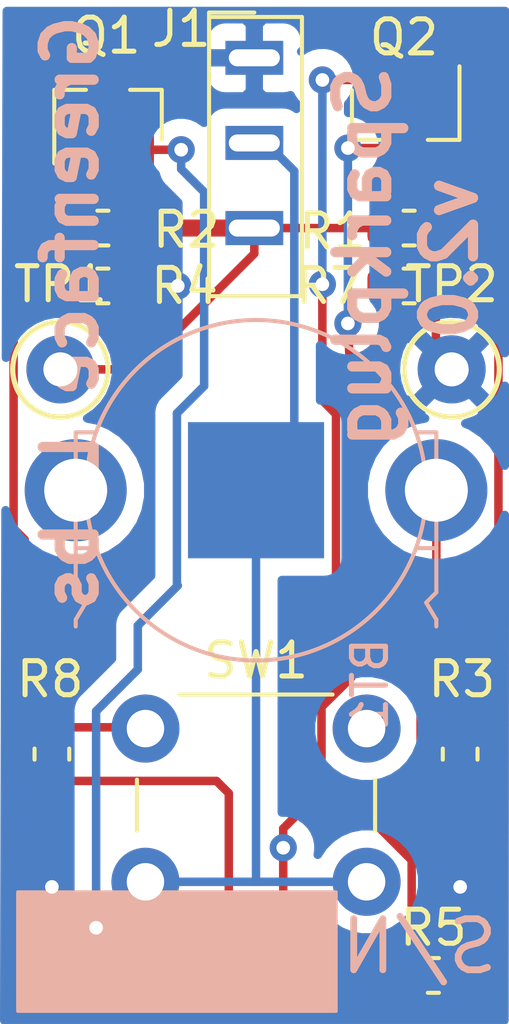
<source format=kicad_pcb>
(kicad_pcb (version 20171130) (host pcbnew "(5.1.2)-1")

  (general
    (thickness 1.6)
    (drawings 9)
    (tracks 119)
    (zones 0)
    (modules 16)
    (nets 13)
  )

  (page A4)
  (layers
    (0 F.Cu signal)
    (31 B.Cu signal)
    (32 B.Adhes user)
    (33 F.Adhes user)
    (34 B.Paste user)
    (35 F.Paste user)
    (36 B.SilkS user hide)
    (37 F.SilkS user)
    (38 B.Mask user)
    (39 F.Mask user)
    (40 Dwgs.User user)
    (41 Cmts.User user)
    (42 Eco1.User user)
    (43 Eco2.User user)
    (44 Edge.Cuts user)
    (45 Margin user)
    (46 B.CrtYd user)
    (47 F.CrtYd user)
    (48 B.Fab user)
    (49 F.Fab user hide)
  )

  (setup
    (last_trace_width 0.25)
    (trace_clearance 0.2)
    (zone_clearance 0.508)
    (zone_45_only no)
    (trace_min 0.2)
    (via_size 0.8)
    (via_drill 0.4)
    (via_min_size 0.4)
    (via_min_drill 0.3)
    (uvia_size 0.3)
    (uvia_drill 0.1)
    (uvias_allowed no)
    (uvia_min_size 0.2)
    (uvia_min_drill 0.1)
    (edge_width 0.05)
    (segment_width 0.2)
    (pcb_text_width 0.3)
    (pcb_text_size 1.5 1.5)
    (mod_edge_width 0.12)
    (mod_text_size 1 1)
    (mod_text_width 0.15)
    (pad_size 8.13 8.13)
    (pad_drill 0)
    (pad_to_mask_clearance 0.051)
    (solder_mask_min_width 0.25)
    (aux_axis_origin 60 40)
    (grid_origin 60 40)
    (visible_elements 7FFFFFFF)
    (pcbplotparams
      (layerselection 0x010fc_ffffffff)
      (usegerberextensions false)
      (usegerberattributes false)
      (usegerberadvancedattributes false)
      (creategerberjobfile false)
      (excludeedgelayer true)
      (linewidth 0.100000)
      (plotframeref false)
      (viasonmask false)
      (mode 1)
      (useauxorigin false)
      (hpglpennumber 1)
      (hpglpenspeed 20)
      (hpglpendiameter 15.000000)
      (psnegative false)
      (psa4output false)
      (plotreference true)
      (plotvalue true)
      (plotinvisibletext false)
      (padsonsilk false)
      (subtractmaskfromsilk false)
      (outputformat 1)
      (mirror false)
      (drillshape 0)
      (scaleselection 1)
      (outputdirectory "gerber/"))
  )

  (net 0 "")
  (net 1 "Net-(D1-Pad3)")
  (net 2 "Net-(D1-Pad2)")
  (net 3 "Net-(J1-PadT)")
  (net 4 "Net-(Q1-Pad1)")
  (net 5 "Net-(Q1-Pad2)")
  (net 6 "Net-(Q2-Pad1)")
  (net 7 GND)
  (net 8 "Net-(BT1-Pad2)")
  (net 9 "Net-(BT1-Pad1)")
  (net 10 "Net-(Q2-Pad3)")
  (net 11 "Net-(D1-Pad1)")
  (net 12 "Net-(R8-Pad2)")

  (net_class Default "This is the default net class."
    (clearance 0.2)
    (trace_width 0.25)
    (via_dia 0.8)
    (via_drill 0.4)
    (uvia_dia 0.3)
    (uvia_drill 0.1)
    (add_net GND)
    (add_net "Net-(BT1-Pad1)")
    (add_net "Net-(BT1-Pad2)")
    (add_net "Net-(D1-Pad1)")
    (add_net "Net-(D1-Pad2)")
    (add_net "Net-(D1-Pad3)")
    (add_net "Net-(J1-PadT)")
    (add_net "Net-(Q1-Pad1)")
    (add_net "Net-(Q1-Pad2)")
    (add_net "Net-(Q2-Pad1)")
    (add_net "Net-(Q2-Pad3)")
    (add_net "Net-(R8-Pad2)")
  )

  (module sputterizer:LED_RGBA1.6mm (layer F.Cu) (tedit 5E90C5F5) (tstamp 5E79354C)
    (at 67.5 68.5)
    (descr https://docs.broadcom.com/docs/AV02-4186EN)
    (tags "LED Avago PLCC-4 ASMB-MTB0-0A3A2")
    (path /5E793010)
    (attr smd)
    (fp_text reference D1 (at 0.05 -1.7) (layer F.SilkS)
      (effects (font (size 1 1) (thickness 0.15)))
    )
    (fp_text value LED_RGBA (at 0 2.65) (layer F.Fab)
      (effects (font (size 1 1) (thickness 0.15)))
    )
    (fp_line (start 1.4 0) (end 0.9 0) (layer F.SilkS) (width 0.32))
    (fp_line (start 1 1) (end 1 0.8) (layer F.SilkS) (width 0.12))
    (fp_line (start 1 -0.8) (end 1 -1) (layer F.SilkS) (width 0.12))
    (fp_line (start -1 -0.8) (end -1 -1) (layer F.SilkS) (width 0.12))
    (fp_circle (center 0 0) (end 0.8 0) (layer F.Fab) (width 0.1))
    (fp_line (start 1.3 0.9) (end -1.3 0.9) (layer F.CrtYd) (width 0.05))
    (fp_line (start 1.3 0.9) (end 1.3 -0.9) (layer F.CrtYd) (width 0.05))
    (fp_line (start -1.3 -0.9) (end -1.3 0.9) (layer F.CrtYd) (width 0.05))
    (fp_line (start -1.3 -0.9) (end 1.3 -0.9) (layer F.CrtYd) (width 0.05))
    (fp_line (start -1 1) (end 1 1) (layer F.SilkS) (width 0.12))
    (fp_line (start -1 -1) (end 1 -1) (layer F.SilkS) (width 0.12))
    (fp_line (start -1 1) (end -1 0.8) (layer F.SilkS) (width 0.12))
    (fp_line (start 0.8 -0.8) (end -0.8 -0.8) (layer F.Fab) (width 0.1))
    (fp_line (start 0.8 0.8) (end 0.8 -0.8) (layer F.Fab) (width 0.1))
    (fp_line (start -0.8 0.8) (end 0.8 0.8) (layer F.Fab) (width 0.1))
    (fp_line (start -0.8 -0.8) (end -0.8 0.8) (layer F.Fab) (width 0.1))
    (fp_line (start -0.8 0) (end 0 0.8) (layer F.Fab) (width 0.1))
    (fp_text user %R (at 0 -1.6) (layer F.Fab)
      (effects (font (size 0.5 0.5) (thickness 0.075)))
    )
    (pad 1 smd rect (at -0.8 0.45) (size 0.8 0.55) (layers F.Cu F.Paste F.Mask)
      (net 11 "Net-(D1-Pad1)"))
    (pad 4 smd rect (at 0.8 0.45) (size 0.8 0.55) (layers F.Cu F.Paste F.Mask)
      (net 9 "Net-(BT1-Pad1)"))
    (pad 3 smd rect (at 0.8 -0.45) (size 0.8 0.55) (layers F.Cu F.Paste F.Mask)
      (net 1 "Net-(D1-Pad3)"))
    (pad 2 smd rect (at -0.8 -0.45) (size 0.8 0.55) (layers F.Cu F.Paste F.Mask)
      (net 2 "Net-(D1-Pad2)"))
    (model ${KISYS3DMOD}/LED_SMD.3dshapes/LED_Avago_PLCC4_3.2x2.8mm_CW.wrl
      (at (xyz 0 0 0))
      (scale (xyz 1 1 1))
      (rotate (xyz 0 0 0))
    )
  )

  (module Resistor_SMD:R_0603_1608Metric (layer F.Cu) (tedit 5B301BBD) (tstamp 5E727D28)
    (at 72 46.55 180)
    (descr "Resistor SMD 0603 (1608 Metric), square (rectangular) end terminal, IPC_7351 nominal, (Body size source: http://www.tortai-tech.com/upload/download/2011102023233369053.pdf), generated with kicad-footprint-generator")
    (tags resistor)
    (path /5E71A959)
    (attr smd)
    (fp_text reference R1 (at 2.25 -0.1) (layer F.SilkS)
      (effects (font (size 1 1) (thickness 0.15)))
    )
    (fp_text value 100K (at 0 1.43) (layer F.Fab)
      (effects (font (size 1 1) (thickness 0.15)))
    )
    (fp_text user %R (at -0.35 -0.1) (layer F.Fab)
      (effects (font (size 0.4 0.4) (thickness 0.06)))
    )
    (fp_line (start 1.48 0.73) (end -1.48 0.73) (layer F.CrtYd) (width 0.05))
    (fp_line (start 1.48 -0.73) (end 1.48 0.73) (layer F.CrtYd) (width 0.05))
    (fp_line (start -1.48 -0.73) (end 1.48 -0.73) (layer F.CrtYd) (width 0.05))
    (fp_line (start -1.48 0.73) (end -1.48 -0.73) (layer F.CrtYd) (width 0.05))
    (fp_line (start -0.162779 0.51) (end 0.162779 0.51) (layer F.SilkS) (width 0.12))
    (fp_line (start -0.162779 -0.51) (end 0.162779 -0.51) (layer F.SilkS) (width 0.12))
    (fp_line (start 0.8 0.4) (end -0.8 0.4) (layer F.Fab) (width 0.1))
    (fp_line (start 0.8 -0.4) (end 0.8 0.4) (layer F.Fab) (width 0.1))
    (fp_line (start -0.8 -0.4) (end 0.8 -0.4) (layer F.Fab) (width 0.1))
    (fp_line (start -0.8 0.4) (end -0.8 -0.4) (layer F.Fab) (width 0.1))
    (pad 2 smd roundrect (at 0.7875 0 180) (size 0.875 0.95) (layers F.Cu F.Paste F.Mask) (roundrect_rratio 0.25)
      (net 3 "Net-(J1-PadT)"))
    (pad 1 smd roundrect (at -0.7875 0 180) (size 0.875 0.95) (layers F.Cu F.Paste F.Mask) (roundrect_rratio 0.25)
      (net 6 "Net-(Q2-Pad1)"))
    (model ${KISYS3DMOD}/Resistor_SMD.3dshapes/R_0603_1608Metric.wrl
      (at (xyz 0 0 0))
      (scale (xyz 1 1 1))
      (rotate (xyz 0 0 0))
    )
  )

  (module Resistor_SMD:R_0603_1608Metric (layer F.Cu) (tedit 5B301BBD) (tstamp 5E727D39)
    (at 63 46.55)
    (descr "Resistor SMD 0603 (1608 Metric), square (rectangular) end terminal, IPC_7351 nominal, (Body size source: http://www.tortai-tech.com/upload/download/2011102023233369053.pdf), generated with kicad-footprint-generator")
    (tags resistor)
    (path /5E730986)
    (attr smd)
    (fp_text reference R2 (at 2.45 0.05) (layer F.SilkS)
      (effects (font (size 1 1) (thickness 0.15)))
    )
    (fp_text value 100K (at 0 1.43) (layer F.Fab)
      (effects (font (size 1 1) (thickness 0.15)))
    )
    (fp_text user %R (at 0 0) (layer F.Fab)
      (effects (font (size 0.4 0.4) (thickness 0.06)))
    )
    (fp_line (start 1.48 0.73) (end -1.48 0.73) (layer F.CrtYd) (width 0.05))
    (fp_line (start 1.48 -0.73) (end 1.48 0.73) (layer F.CrtYd) (width 0.05))
    (fp_line (start -1.48 -0.73) (end 1.48 -0.73) (layer F.CrtYd) (width 0.05))
    (fp_line (start -1.48 0.73) (end -1.48 -0.73) (layer F.CrtYd) (width 0.05))
    (fp_line (start -0.162779 0.51) (end 0.162779 0.51) (layer F.SilkS) (width 0.12))
    (fp_line (start -0.162779 -0.51) (end 0.162779 -0.51) (layer F.SilkS) (width 0.12))
    (fp_line (start 0.8 0.4) (end -0.8 0.4) (layer F.Fab) (width 0.1))
    (fp_line (start 0.8 -0.4) (end 0.8 0.4) (layer F.Fab) (width 0.1))
    (fp_line (start -0.8 -0.4) (end 0.8 -0.4) (layer F.Fab) (width 0.1))
    (fp_line (start -0.8 0.4) (end -0.8 -0.4) (layer F.Fab) (width 0.1))
    (pad 2 smd roundrect (at 0.7875 0) (size 0.875 0.95) (layers F.Cu F.Paste F.Mask) (roundrect_rratio 0.25)
      (net 3 "Net-(J1-PadT)"))
    (pad 1 smd roundrect (at -0.7875 0) (size 0.875 0.95) (layers F.Cu F.Paste F.Mask) (roundrect_rratio 0.25)
      (net 4 "Net-(Q1-Pad1)"))
    (model ${KISYS3DMOD}/Resistor_SMD.3dshapes/R_0603_1608Metric.wrl
      (at (xyz 0 0 0))
      (scale (xyz 1 1 1))
      (rotate (xyz 0 0 0))
    )
  )

  (module Resistor_SMD:R_0603_1608Metric (layer F.Cu) (tedit 5B301BBD) (tstamp 5E947048)
    (at 73.5 62 270)
    (descr "Resistor SMD 0603 (1608 Metric), square (rectangular) end terminal, IPC_7351 nominal, (Body size source: http://www.tortai-tech.com/upload/download/2011102023233369053.pdf), generated with kicad-footprint-generator")
    (tags resistor)
    (path /5E732433)
    (attr smd)
    (fp_text reference R3 (at -2.2 -0.05 180) (layer F.SilkS)
      (effects (font (size 1 1) (thickness 0.15)))
    )
    (fp_text value 330K (at 0 1.43 90) (layer F.Fab)
      (effects (font (size 1 1) (thickness 0.15)))
    )
    (fp_text user %R (at 0 0 90) (layer F.Fab)
      (effects (font (size 0.4 0.4) (thickness 0.06)))
    )
    (fp_line (start 1.48 0.73) (end -1.48 0.73) (layer F.CrtYd) (width 0.05))
    (fp_line (start 1.48 -0.73) (end 1.48 0.73) (layer F.CrtYd) (width 0.05))
    (fp_line (start -1.48 -0.73) (end 1.48 -0.73) (layer F.CrtYd) (width 0.05))
    (fp_line (start -1.48 0.73) (end -1.48 -0.73) (layer F.CrtYd) (width 0.05))
    (fp_line (start -0.162779 0.51) (end 0.162779 0.51) (layer F.SilkS) (width 0.12))
    (fp_line (start -0.162779 -0.51) (end 0.162779 -0.51) (layer F.SilkS) (width 0.12))
    (fp_line (start 0.8 0.4) (end -0.8 0.4) (layer F.Fab) (width 0.1))
    (fp_line (start 0.8 -0.4) (end 0.8 0.4) (layer F.Fab) (width 0.1))
    (fp_line (start -0.8 -0.4) (end 0.8 -0.4) (layer F.Fab) (width 0.1))
    (fp_line (start -0.8 0.4) (end -0.8 -0.4) (layer F.Fab) (width 0.1))
    (pad 2 smd roundrect (at 0.7875 0 270) (size 0.875 0.95) (layers F.Cu F.Paste F.Mask) (roundrect_rratio 0.25)
      (net 9 "Net-(BT1-Pad1)"))
    (pad 1 smd roundrect (at -0.7875 0 270) (size 0.875 0.95) (layers F.Cu F.Paste F.Mask) (roundrect_rratio 0.25)
      (net 6 "Net-(Q2-Pad1)"))
    (model ${KISYS3DMOD}/Resistor_SMD.3dshapes/R_0603_1608Metric.wrl
      (at (xyz 0 0 0))
      (scale (xyz 1 1 1))
      (rotate (xyz 0 0 0))
    )
  )

  (module Resistor_SMD:R_0603_1608Metric (layer F.Cu) (tedit 5B301BBD) (tstamp 5E727D5B)
    (at 63 48.25 180)
    (descr "Resistor SMD 0603 (1608 Metric), square (rectangular) end terminal, IPC_7351 nominal, (Body size source: http://www.tortai-tech.com/upload/download/2011102023233369053.pdf), generated with kicad-footprint-generator")
    (tags resistor)
    (path /5E732E2B)
    (attr smd)
    (fp_text reference R4 (at -2.4 0) (layer F.SilkS)
      (effects (font (size 1 1) (thickness 0.15)))
    )
    (fp_text value 300K (at 0 1.43) (layer F.Fab)
      (effects (font (size 1 1) (thickness 0.15)))
    )
    (fp_text user %R (at 0 0) (layer F.Fab)
      (effects (font (size 0.4 0.4) (thickness 0.06)))
    )
    (fp_line (start 1.48 0.73) (end -1.48 0.73) (layer F.CrtYd) (width 0.05))
    (fp_line (start 1.48 -0.73) (end 1.48 0.73) (layer F.CrtYd) (width 0.05))
    (fp_line (start -1.48 -0.73) (end 1.48 -0.73) (layer F.CrtYd) (width 0.05))
    (fp_line (start -1.48 0.73) (end -1.48 -0.73) (layer F.CrtYd) (width 0.05))
    (fp_line (start -0.162779 0.51) (end 0.162779 0.51) (layer F.SilkS) (width 0.12))
    (fp_line (start -0.162779 -0.51) (end 0.162779 -0.51) (layer F.SilkS) (width 0.12))
    (fp_line (start 0.8 0.4) (end -0.8 0.4) (layer F.Fab) (width 0.1))
    (fp_line (start 0.8 -0.4) (end 0.8 0.4) (layer F.Fab) (width 0.1))
    (fp_line (start -0.8 -0.4) (end 0.8 -0.4) (layer F.Fab) (width 0.1))
    (fp_line (start -0.8 0.4) (end -0.8 -0.4) (layer F.Fab) (width 0.1))
    (pad 2 smd roundrect (at 0.7875 0 180) (size 0.875 0.95) (layers F.Cu F.Paste F.Mask) (roundrect_rratio 0.25)
      (net 4 "Net-(Q1-Pad1)"))
    (pad 1 smd roundrect (at -0.7875 0 180) (size 0.875 0.95) (layers F.Cu F.Paste F.Mask) (roundrect_rratio 0.25)
      (net 7 GND))
    (model ${KISYS3DMOD}/Resistor_SMD.3dshapes/R_0603_1608Metric.wrl
      (at (xyz 0 0 0))
      (scale (xyz 1 1 1))
      (rotate (xyz 0 0 0))
    )
  )

  (module Resistor_SMD:R_0603_1608Metric (layer F.Cu) (tedit 5B301BBD) (tstamp 5E727D6C)
    (at 72.713 68.5)
    (descr "Resistor SMD 0603 (1608 Metric), square (rectangular) end terminal, IPC_7351 nominal, (Body size source: http://www.tortai-tech.com/upload/download/2011102023233369053.pdf), generated with kicad-footprint-generator")
    (tags resistor)
    (path /5E718107)
    (attr smd)
    (fp_text reference R5 (at 0 -1.4) (layer F.SilkS)
      (effects (font (size 1 1) (thickness 0.15)))
    )
    (fp_text value 100 (at 0 1.43) (layer F.Fab)
      (effects (font (size 1 1) (thickness 0.15)))
    )
    (fp_text user %R (at 0 0) (layer F.Fab)
      (effects (font (size 0.4 0.4) (thickness 0.06)))
    )
    (fp_line (start 1.48 0.73) (end -1.48 0.73) (layer F.CrtYd) (width 0.05))
    (fp_line (start 1.48 -0.73) (end 1.48 0.73) (layer F.CrtYd) (width 0.05))
    (fp_line (start -1.48 -0.73) (end 1.48 -0.73) (layer F.CrtYd) (width 0.05))
    (fp_line (start -1.48 0.73) (end -1.48 -0.73) (layer F.CrtYd) (width 0.05))
    (fp_line (start -0.162779 0.51) (end 0.162779 0.51) (layer F.SilkS) (width 0.12))
    (fp_line (start -0.162779 -0.51) (end 0.162779 -0.51) (layer F.SilkS) (width 0.12))
    (fp_line (start 0.8 0.4) (end -0.8 0.4) (layer F.Fab) (width 0.1))
    (fp_line (start 0.8 -0.4) (end 0.8 0.4) (layer F.Fab) (width 0.1))
    (fp_line (start -0.8 -0.4) (end 0.8 -0.4) (layer F.Fab) (width 0.1))
    (fp_line (start -0.8 0.4) (end -0.8 -0.4) (layer F.Fab) (width 0.1))
    (pad 2 smd roundrect (at 0.7875 0) (size 0.875 0.95) (layers F.Cu F.Paste F.Mask) (roundrect_rratio 0.25)
      (net 7 GND))
    (pad 1 smd roundrect (at -0.7875 0) (size 0.875 0.95) (layers F.Cu F.Paste F.Mask) (roundrect_rratio 0.25)
      (net 10 "Net-(Q2-Pad3)"))
    (model ${KISYS3DMOD}/Resistor_SMD.3dshapes/R_0603_1608Metric.wrl
      (at (xyz 0 0 0))
      (scale (xyz 1 1 1))
      (rotate (xyz 0 0 0))
    )
  )

  (module Resistor_SMD:R_0603_1608Metric (layer F.Cu) (tedit 5B301BBD) (tstamp 5E727D7D)
    (at 62.28 68.5 180)
    (descr "Resistor SMD 0603 (1608 Metric), square (rectangular) end terminal, IPC_7351 nominal, (Body size source: http://www.tortai-tech.com/upload/download/2011102023233369053.pdf), generated with kicad-footprint-generator")
    (tags resistor)
    (path /5E71A553)
    (attr smd)
    (fp_text reference R6 (at 0.98 1.35) (layer F.SilkS)
      (effects (font (size 1 1) (thickness 0.15)))
    )
    (fp_text value 100 (at 0 1.43) (layer F.Fab)
      (effects (font (size 1 1) (thickness 0.15)))
    )
    (fp_text user %R (at 0 0) (layer F.Fab)
      (effects (font (size 0.4 0.4) (thickness 0.06)))
    )
    (fp_line (start 1.48 0.73) (end -1.48 0.73) (layer F.CrtYd) (width 0.05))
    (fp_line (start 1.48 -0.73) (end 1.48 0.73) (layer F.CrtYd) (width 0.05))
    (fp_line (start -1.48 -0.73) (end 1.48 -0.73) (layer F.CrtYd) (width 0.05))
    (fp_line (start -1.48 0.73) (end -1.48 -0.73) (layer F.CrtYd) (width 0.05))
    (fp_line (start -0.162779 0.51) (end 0.162779 0.51) (layer F.SilkS) (width 0.12))
    (fp_line (start -0.162779 -0.51) (end 0.162779 -0.51) (layer F.SilkS) (width 0.12))
    (fp_line (start 0.8 0.4) (end -0.8 0.4) (layer F.Fab) (width 0.1))
    (fp_line (start 0.8 -0.4) (end 0.8 0.4) (layer F.Fab) (width 0.1))
    (fp_line (start -0.8 -0.4) (end 0.8 -0.4) (layer F.Fab) (width 0.1))
    (fp_line (start -0.8 0.4) (end -0.8 -0.4) (layer F.Fab) (width 0.1))
    (pad 2 smd roundrect (at 0.7875 0 180) (size 0.875 0.95) (layers F.Cu F.Paste F.Mask) (roundrect_rratio 0.25)
      (net 7 GND))
    (pad 1 smd roundrect (at -0.7875 0 180) (size 0.875 0.95) (layers F.Cu F.Paste F.Mask) (roundrect_rratio 0.25)
      (net 5 "Net-(Q1-Pad2)"))
    (model ${KISYS3DMOD}/Resistor_SMD.3dshapes/R_0603_1608Metric.wrl
      (at (xyz 0 0 0))
      (scale (xyz 1 1 1))
      (rotate (xyz 0 0 0))
    )
  )

  (module sputterizer:Plug_TRS (layer F.Cu) (tedit 5E767FEB) (tstamp 5E76984E)
    (at 67.45 41.55)
    (descr "Through hole straight pin header, 1x04, 2.54mm pitch, single row")
    (tags "Through hole pin header THT 1x04 2.54mm single row")
    (path /5E767D92)
    (fp_text reference J1 (at -2.15 -0.85) (layer F.SilkS)
      (effects (font (size 1 1) (thickness 0.15)))
    )
    (fp_text value AudioJack3 (at 0 8.3) (layer F.Fab)
      (effects (font (size 1 1) (thickness 0.15)))
    )
    (fp_text user %R (at 0 3.81 90) (layer F.Fab)
      (effects (font (size 1 1) (thickness 0.15)))
    )
    (fp_line (start 1.8 -1.3) (end -1.8 -1.3) (layer F.CrtYd) (width 0.05))
    (fp_line (start 1.8 7.4) (end 1.8 -1.3) (layer F.CrtYd) (width 0.05))
    (fp_line (start -1.8 7.4) (end 1.8 7.4) (layer F.CrtYd) (width 0.05))
    (fp_line (start -1.8 -1.3) (end -1.8 7.4) (layer F.CrtYd) (width 0.05))
    (fp_line (start -1.33 -1.33) (end 0 -1.33) (layer F.SilkS) (width 0.12))
    (fp_line (start -1.33 0) (end -1.33 -1.33) (layer F.SilkS) (width 0.12))
    (fp_line (start -1.26 -1.2) (end 1.4 -1.2) (layer F.SilkS) (width 0.12))
    (fp_line (start 1.4 -1.2) (end 1.4 7) (layer F.SilkS) (width 0.12))
    (fp_line (start -1.33 -1.1) (end -1.33 7) (layer F.SilkS) (width 0.12))
    (fp_line (start -1.33 7) (end 1.33 7) (layer F.SilkS) (width 0.12))
    (fp_line (start -1.27 -0.635) (end -0.635 -1.27) (layer F.Fab) (width 0.1))
    (fp_line (start -1.27 7) (end -1.27 -0.635) (layer F.Fab) (width 0.1))
    (fp_line (start 1.27 7) (end -1.27 7) (layer F.Fab) (width 0.1))
    (fp_line (start 1.27 -1.27) (end 1.27 7) (layer F.Fab) (width 0.1))
    (fp_line (start -0.635 -1.27) (end 1.27 -1.27) (layer F.Fab) (width 0.1))
    (pad T thru_hole rect (at 0 5) (size 1.7 1) (drill oval 1.5 0.5) (layers *.Cu *.Mask)
      (net 3 "Net-(J1-PadT)"))
    (pad R thru_hole rect (at 0 2.5) (size 1.7 1) (drill oval 1.5 0.5) (layers *.Cu *.Mask)
      (net 8 "Net-(BT1-Pad2)"))
    (pad S thru_hole rect (at 0 0) (size 1.7 1) (drill oval 1.5 0.5) (layers *.Cu *.Mask)
      (net 7 GND))
    (model ${KISYS3DMOD}/Connector_PinHeader_2.54mm.3dshapes/PinHeader_1x04_P2.54mm_Vertical.wrl
      (at (xyz 0 0 0))
      (scale (xyz 1 1 1))
      (rotate (xyz 0 0 0))
    )
  )

  (module sputterizer:BatteryHolder_Keystone_3031_1x10mm (layer B.Cu) (tedit 5E78E1CA) (tstamp 5E792A03)
    (at 67.5 54.25)
    (descr http://www.keyelco.com/product-pdf.cfm?p=778)
    (tags "Keystone type 3001 coin cell retainer")
    (path /5E72D958)
    (fp_text reference BT1 (at 3.35 5.7 90) (layer B.SilkS)
      (effects (font (size 1 1) (thickness 0.15)) (justify mirror))
    )
    (fp_text value "Batt Holder" (at 0 -7.5) (layer B.Fab)
      (effects (font (size 1 1) (thickness 0.15)) (justify mirror))
    )
    (fp_line (start 4.7 1.7) (end 5.3 1.7) (layer B.SilkS) (width 0.12))
    (fp_line (start -5.3 1.7) (end -4.7 1.7) (layer B.SilkS) (width 0.12))
    (fp_line (start 5.3 3.8) (end 5.3 4) (layer B.SilkS) (width 0.12))
    (fp_line (start 5 3.3) (end 5.3 3.8) (layer B.SilkS) (width 0.12))
    (fp_line (start 5.3 3) (end 5 3.3) (layer B.SilkS) (width 0.12))
    (fp_line (start 4.7 -1.7) (end 5.3 -1.7) (layer B.SilkS) (width 0.12))
    (fp_line (start 5.3 -1.7) (end 5.3 3) (layer B.SilkS) (width 0.12))
    (fp_line (start -5.3 -1.7) (end -4.7 -1.7) (layer B.SilkS) (width 0.12))
    (fp_line (start -5.3 3.8) (end -5.3 4) (layer B.SilkS) (width 0.12))
    (fp_line (start -5 3.3) (end -5.3 3.8) (layer B.SilkS) (width 0.12))
    (fp_line (start -5.3 3) (end -5 3.3) (layer B.SilkS) (width 0.12))
    (fp_line (start -5.3 -1.7) (end -5.3 3) (layer B.SilkS) (width 0.12))
    (fp_circle (center 0 0) (end 5 0) (layer B.SilkS) (width 0.12))
    (fp_arc (start 0 0) (end 3.3 4) (angle 79) (layer B.CrtYd) (width 0.12))
    (fp_arc (start 0 0) (end -4.9 -1.7) (angle 141.8) (layer B.CrtYd) (width 0.12))
    (fp_line (start -4.9 -1.7) (end -7 -1.7) (layer B.CrtYd) (width 0.12))
    (fp_line (start -7 1.7) (end -7 -1.7) (layer B.CrtYd) (width 0.12))
    (fp_line (start -7 1.7) (end -5.3 1.7) (layer B.CrtYd) (width 0.12))
    (fp_line (start -5.3 4) (end -5.3 1.7) (layer B.CrtYd) (width 0.12))
    (fp_line (start -5.3 4) (end -3.3 4) (layer B.CrtYd) (width 0.12))
    (fp_line (start 7 -1.7) (end 4.9 -1.7) (layer B.CrtYd) (width 0.12))
    (fp_line (start 7 1.7) (end 7 -1.7) (layer B.CrtYd) (width 0.12))
    (fp_line (start 5.3 1.7) (end 7 1.7) (layer B.CrtYd) (width 0.12))
    (fp_line (start 5.3 4) (end 5.3 1.7) (layer B.CrtYd) (width 0.12))
    (fp_line (start 3.3 4) (end 5.3 4) (layer B.CrtYd) (width 0.12))
    (fp_circle (center 0 0) (end 5 0) (layer Dwgs.User) (width 0.15))
    (fp_text user %R (at 0 0) (layer B.Fab)
      (effects (font (size 1 1) (thickness 0.15)) (justify mirror))
    )
    (pad 2 smd rect (at 0 0) (size 4 4) (layers B.Cu B.Mask)
      (net 8 "Net-(BT1-Pad2)"))
    (pad 1 thru_hole circle (at 5.3 0) (size 3 3) (drill 1.85) (layers *.Cu *.Mask)
      (net 9 "Net-(BT1-Pad1)"))
    (pad 1 thru_hole circle (at -5.3 0) (size 3 3) (drill 1.85) (layers *.Cu *.Mask)
      (net 9 "Net-(BT1-Pad1)"))
    (model ${KISYS3DMOD}/Battery.3dshapes/BatteryHolder_Keystone_3001_1x12mm.wrl
      (at (xyz 0 0 0))
      (scale (xyz 1 1 1))
      (rotate (xyz 0 0 0))
    )
  )

  (module Resistor_SMD:R_0603_1608Metric (layer F.Cu) (tedit 5B301BBD) (tstamp 5E911F6F)
    (at 72 48.25 180)
    (descr "Resistor SMD 0603 (1608 Metric), square (rectangular) end terminal, IPC_7351 nominal, (Body size source: http://www.tortai-tech.com/upload/download/2011102023233369053.pdf), generated with kicad-footprint-generator")
    (tags resistor)
    (path /5E9134EA)
    (attr smd)
    (fp_text reference R7 (at 2.35 0) (layer F.SilkS)
      (effects (font (size 1 1) (thickness 0.15)))
    )
    (fp_text value 100K (at 0 1.43) (layer F.Fab)
      (effects (font (size 1 1) (thickness 0.15)))
    )
    (fp_text user %R (at 0 0) (layer F.Fab)
      (effects (font (size 0.4 0.4) (thickness 0.06)))
    )
    (fp_line (start 1.48 0.73) (end -1.48 0.73) (layer F.CrtYd) (width 0.05))
    (fp_line (start 1.48 -0.73) (end 1.48 0.73) (layer F.CrtYd) (width 0.05))
    (fp_line (start -1.48 -0.73) (end 1.48 -0.73) (layer F.CrtYd) (width 0.05))
    (fp_line (start -1.48 0.73) (end -1.48 -0.73) (layer F.CrtYd) (width 0.05))
    (fp_line (start -0.162779 0.51) (end 0.162779 0.51) (layer F.SilkS) (width 0.12))
    (fp_line (start -0.162779 -0.51) (end 0.162779 -0.51) (layer F.SilkS) (width 0.12))
    (fp_line (start 0.8 0.4) (end -0.8 0.4) (layer F.Fab) (width 0.1))
    (fp_line (start 0.8 -0.4) (end 0.8 0.4) (layer F.Fab) (width 0.1))
    (fp_line (start -0.8 -0.4) (end 0.8 -0.4) (layer F.Fab) (width 0.1))
    (fp_line (start -0.8 0.4) (end -0.8 -0.4) (layer F.Fab) (width 0.1))
    (pad 2 smd roundrect (at 0.7875 0 180) (size 0.875 0.95) (layers F.Cu F.Paste F.Mask) (roundrect_rratio 0.25)
      (net 3 "Net-(J1-PadT)"))
    (pad 1 smd roundrect (at -0.7875 0 180) (size 0.875 0.95) (layers F.Cu F.Paste F.Mask) (roundrect_rratio 0.25)
      (net 7 GND))
    (model ${KISYS3DMOD}/Resistor_SMD.3dshapes/R_0603_1608Metric.wrl
      (at (xyz 0 0 0))
      (scale (xyz 1 1 1))
      (rotate (xyz 0 0 0))
    )
  )

  (module Resistor_SMD:R_0603_1608Metric (layer F.Cu) (tedit 5B301BBD) (tstamp 5E91FEDE)
    (at 61.5 62 90)
    (descr "Resistor SMD 0603 (1608 Metric), square (rectangular) end terminal, IPC_7351 nominal, (Body size source: http://www.tortai-tech.com/upload/download/2011102023233369053.pdf), generated with kicad-footprint-generator")
    (tags resistor)
    (path /5E93C01A)
    (attr smd)
    (fp_text reference R8 (at 2.2 -0.05 180) (layer F.SilkS)
      (effects (font (size 1 1) (thickness 0.15)))
    )
    (fp_text value 270 (at 0 1.43 90) (layer F.Fab)
      (effects (font (size 1 1) (thickness 0.15)))
    )
    (fp_text user %R (at 0 0 90) (layer F.Fab)
      (effects (font (size 0.4 0.4) (thickness 0.06)))
    )
    (fp_line (start 1.48 0.73) (end -1.48 0.73) (layer F.CrtYd) (width 0.05))
    (fp_line (start 1.48 -0.73) (end 1.48 0.73) (layer F.CrtYd) (width 0.05))
    (fp_line (start -1.48 -0.73) (end 1.48 -0.73) (layer F.CrtYd) (width 0.05))
    (fp_line (start -1.48 0.73) (end -1.48 -0.73) (layer F.CrtYd) (width 0.05))
    (fp_line (start -0.162779 0.51) (end 0.162779 0.51) (layer F.SilkS) (width 0.12))
    (fp_line (start -0.162779 -0.51) (end 0.162779 -0.51) (layer F.SilkS) (width 0.12))
    (fp_line (start 0.8 0.4) (end -0.8 0.4) (layer F.Fab) (width 0.1))
    (fp_line (start 0.8 -0.4) (end 0.8 0.4) (layer F.Fab) (width 0.1))
    (fp_line (start -0.8 -0.4) (end 0.8 -0.4) (layer F.Fab) (width 0.1))
    (fp_line (start -0.8 0.4) (end -0.8 -0.4) (layer F.Fab) (width 0.1))
    (pad 2 smd roundrect (at 0.7875 0 90) (size 0.875 0.95) (layers F.Cu F.Paste F.Mask) (roundrect_rratio 0.25)
      (net 12 "Net-(R8-Pad2)"))
    (pad 1 smd roundrect (at -0.7875 0 90) (size 0.875 0.95) (layers F.Cu F.Paste F.Mask) (roundrect_rratio 0.25)
      (net 2 "Net-(D1-Pad2)"))
    (model ${KISYS3DMOD}/Resistor_SMD.3dshapes/R_0603_1608Metric.wrl
      (at (xyz 0 0 0))
      (scale (xyz 1 1 1))
      (rotate (xyz 0 0 0))
    )
  )

  (module Package_TO_SOT_SMD:SOT-23 (layer F.Cu) (tedit 5A02FF57) (tstamp 5E9201E4)
    (at 63.15 43.25 90)
    (descr "SOT-23, Standard")
    (tags SOT-23)
    (path /5E74861A)
    (attr smd)
    (fp_text reference Q1 (at 2.35 -0.05 180) (layer F.SilkS)
      (effects (font (size 1 1) (thickness 0.15)))
    )
    (fp_text value MMBT3904 (at 0 2.5 90) (layer F.Fab)
      (effects (font (size 1 1) (thickness 0.15)))
    )
    (fp_line (start 0.76 1.58) (end -0.7 1.58) (layer F.SilkS) (width 0.12))
    (fp_line (start 0.76 -1.58) (end -1.4 -1.58) (layer F.SilkS) (width 0.12))
    (fp_line (start -1.7 1.75) (end -1.7 -1.75) (layer F.CrtYd) (width 0.05))
    (fp_line (start 1.7 1.75) (end -1.7 1.75) (layer F.CrtYd) (width 0.05))
    (fp_line (start 1.7 -1.75) (end 1.7 1.75) (layer F.CrtYd) (width 0.05))
    (fp_line (start -1.7 -1.75) (end 1.7 -1.75) (layer F.CrtYd) (width 0.05))
    (fp_line (start 0.76 -1.58) (end 0.76 -0.65) (layer F.SilkS) (width 0.12))
    (fp_line (start 0.76 1.58) (end 0.76 0.65) (layer F.SilkS) (width 0.12))
    (fp_line (start -0.7 1.52) (end 0.7 1.52) (layer F.Fab) (width 0.1))
    (fp_line (start 0.7 -1.52) (end 0.7 1.52) (layer F.Fab) (width 0.1))
    (fp_line (start -0.7 -0.95) (end -0.15 -1.52) (layer F.Fab) (width 0.1))
    (fp_line (start -0.15 -1.52) (end 0.7 -1.52) (layer F.Fab) (width 0.1))
    (fp_line (start -0.7 -0.95) (end -0.7 1.5) (layer F.Fab) (width 0.1))
    (fp_text user %R (at 0 0) (layer F.Fab)
      (effects (font (size 0.5 0.5) (thickness 0.075)))
    )
    (pad 3 smd rect (at 1 0 90) (size 0.9 0.8) (layers F.Cu F.Paste F.Mask)
      (net 11 "Net-(D1-Pad1)"))
    (pad 2 smd rect (at -1 0.95 90) (size 0.9 0.8) (layers F.Cu F.Paste F.Mask)
      (net 5 "Net-(Q1-Pad2)"))
    (pad 1 smd rect (at -1 -0.95 90) (size 0.9 0.8) (layers F.Cu F.Paste F.Mask)
      (net 4 "Net-(Q1-Pad1)"))
    (model ${KISYS3DMOD}/Package_TO_SOT_SMD.3dshapes/SOT-23.wrl
      (at (xyz 0 0 0))
      (scale (xyz 1 1 1))
      (rotate (xyz 0 0 0))
    )
  )

  (module Package_TO_SOT_SMD:SOT-23 (layer F.Cu) (tedit 5A02FF57) (tstamp 5E926B8E)
    (at 71.9 43.2 270)
    (descr "SOT-23, Standard")
    (tags SOT-23)
    (path /5E74A166)
    (attr smd)
    (fp_text reference Q2 (at -2.25 0.05 180) (layer F.SilkS)
      (effects (font (size 1 1) (thickness 0.15)))
    )
    (fp_text value MMBT3906 (at 0 2.5 90) (layer F.Fab)
      (effects (font (size 1 1) (thickness 0.15)))
    )
    (fp_text user %R (at 0 0) (layer F.Fab)
      (effects (font (size 0.5 0.5) (thickness 0.075)))
    )
    (fp_line (start -0.7 -0.95) (end -0.7 1.5) (layer F.Fab) (width 0.1))
    (fp_line (start -0.15 -1.52) (end 0.7 -1.52) (layer F.Fab) (width 0.1))
    (fp_line (start -0.7 -0.95) (end -0.15 -1.52) (layer F.Fab) (width 0.1))
    (fp_line (start 0.7 -1.52) (end 0.7 1.52) (layer F.Fab) (width 0.1))
    (fp_line (start -0.7 1.52) (end 0.7 1.52) (layer F.Fab) (width 0.1))
    (fp_line (start 0.76 1.58) (end 0.76 0.65) (layer F.SilkS) (width 0.12))
    (fp_line (start 0.76 -1.58) (end 0.76 -0.65) (layer F.SilkS) (width 0.12))
    (fp_line (start -1.7 -1.75) (end 1.7 -1.75) (layer F.CrtYd) (width 0.05))
    (fp_line (start 1.7 -1.75) (end 1.7 1.75) (layer F.CrtYd) (width 0.05))
    (fp_line (start 1.7 1.75) (end -1.7 1.75) (layer F.CrtYd) (width 0.05))
    (fp_line (start -1.7 1.75) (end -1.7 -1.75) (layer F.CrtYd) (width 0.05))
    (fp_line (start 0.76 -1.58) (end -1.4 -1.58) (layer F.SilkS) (width 0.12))
    (fp_line (start 0.76 1.58) (end -0.7 1.58) (layer F.SilkS) (width 0.12))
    (pad 1 smd rect (at -1 -0.95 270) (size 0.9 0.8) (layers F.Cu F.Paste F.Mask)
      (net 6 "Net-(Q2-Pad1)"))
    (pad 2 smd rect (at -1 0.95 270) (size 0.9 0.8) (layers F.Cu F.Paste F.Mask)
      (net 1 "Net-(D1-Pad3)"))
    (pad 3 smd rect (at 1 0 270) (size 0.9 0.8) (layers F.Cu F.Paste F.Mask)
      (net 10 "Net-(Q2-Pad3)"))
    (model ${KISYS3DMOD}/Package_TO_SOT_SMD.3dshapes/SOT-23.wrl
      (at (xyz 0 0 0))
      (scale (xyz 1 1 1))
      (rotate (xyz 0 0 0))
    )
  )

  (module Button_Switch_THT:SW_PUSH_6mm (layer F.Cu) (tedit 5A02FE31) (tstamp 5E9465D0)
    (at 64.25 61.25)
    (descr https://www.omron.com/ecb/products/pdf/en-b3f.pdf)
    (tags "tact sw push 6mm")
    (path /5E94BC5E)
    (fp_text reference SW1 (at 3.25 -2) (layer F.SilkS)
      (effects (font (size 1 1) (thickness 0.15)))
    )
    (fp_text value SW_Push_Dual (at 3.75 6.7) (layer F.Fab)
      (effects (font (size 1 1) (thickness 0.15)))
    )
    (fp_text user %R (at 3.25 2.25) (layer F.Fab)
      (effects (font (size 1 1) (thickness 0.15)))
    )
    (fp_line (start 3.25 -0.75) (end 6.25 -0.75) (layer F.Fab) (width 0.1))
    (fp_line (start 6.25 -0.75) (end 6.25 5.25) (layer F.Fab) (width 0.1))
    (fp_line (start 6.25 5.25) (end 0.25 5.25) (layer F.Fab) (width 0.1))
    (fp_line (start 0.25 5.25) (end 0.25 -0.75) (layer F.Fab) (width 0.1))
    (fp_line (start 0.25 -0.75) (end 3.25 -0.75) (layer F.Fab) (width 0.1))
    (fp_line (start 7.75 6) (end 8 6) (layer F.CrtYd) (width 0.05))
    (fp_line (start 8 6) (end 8 5.75) (layer F.CrtYd) (width 0.05))
    (fp_line (start 7.75 -1.5) (end 8 -1.5) (layer F.CrtYd) (width 0.05))
    (fp_line (start 8 -1.5) (end 8 -1.25) (layer F.CrtYd) (width 0.05))
    (fp_line (start -1.5 -1.25) (end -1.5 -1.5) (layer F.CrtYd) (width 0.05))
    (fp_line (start -1.5 -1.5) (end -1.25 -1.5) (layer F.CrtYd) (width 0.05))
    (fp_line (start -1.5 5.75) (end -1.5 6) (layer F.CrtYd) (width 0.05))
    (fp_line (start -1.5 6) (end -1.25 6) (layer F.CrtYd) (width 0.05))
    (fp_line (start -1.25 -1.5) (end 7.75 -1.5) (layer F.CrtYd) (width 0.05))
    (fp_line (start -1.5 5.75) (end -1.5 -1.25) (layer F.CrtYd) (width 0.05))
    (fp_line (start 7.75 6) (end -1.25 6) (layer F.CrtYd) (width 0.05))
    (fp_line (start 8 -1.25) (end 8 5.75) (layer F.CrtYd) (width 0.05))
    (fp_line (start 1 5.5) (end 5.5 5.5) (layer F.SilkS) (width 0.12))
    (fp_line (start -0.25 1.5) (end -0.25 3) (layer F.SilkS) (width 0.12))
    (fp_line (start 5.5 -1) (end 1 -1) (layer F.SilkS) (width 0.12))
    (fp_line (start 6.75 3) (end 6.75 1.5) (layer F.SilkS) (width 0.12))
    (fp_circle (center 3.25 2.25) (end 1.25 2.5) (layer F.Fab) (width 0.1))
    (pad 2 thru_hole circle (at 0 4.5 90) (size 2 2) (drill 1.1) (layers *.Cu *.Mask)
      (net 8 "Net-(BT1-Pad2)"))
    (pad 1 thru_hole circle (at 0 0 90) (size 2 2) (drill 1.1) (layers *.Cu *.Mask)
      (net 12 "Net-(R8-Pad2)"))
    (pad 2 thru_hole circle (at 6.5 4.5 90) (size 2 2) (drill 1.1) (layers *.Cu *.Mask)
      (net 8 "Net-(BT1-Pad2)"))
    (pad 1 thru_hole circle (at 6.5 0 90) (size 2 2) (drill 1.1) (layers *.Cu *.Mask)
      (net 12 "Net-(R8-Pad2)"))
    (model ${KISYS3DMOD}/Button_Switch_THT.3dshapes/SW_PUSH_6mm.wrl
      (at (xyz 0 0 0))
      (scale (xyz 1 1 1))
      (rotate (xyz 0 0 0))
    )
  )

  (module TestPoint:TestPoint_Keystone_5000-5004_Miniature (layer F.Cu) (tedit 5A0F774F) (tstamp 5E95D69B)
    (at 61.75 50.7)
    (descr "Keystone Miniature THM Test Point 5000-5004, http://www.keyelco.com/product-pdf.cfm?p=1309")
    (tags "Through Hole Mount Test Points")
    (path /5E95DB73)
    (fp_text reference TP1 (at 0 -2.5) (layer F.SilkS)
      (effects (font (size 1 1) (thickness 0.15)))
    )
    (fp_text value TestPoint (at 0 2.5) (layer F.Fab)
      (effects (font (size 1 1) (thickness 0.15)))
    )
    (fp_text user %R (at 0 -2.5) (layer F.Fab)
      (effects (font (size 1 1) (thickness 0.15)))
    )
    (fp_line (start -0.75 -0.25) (end 0.75 -0.25) (layer F.Fab) (width 0.15))
    (fp_line (start 0.75 -0.25) (end 0.75 0.25) (layer F.Fab) (width 0.15))
    (fp_line (start 0.75 0.25) (end -0.75 0.25) (layer F.Fab) (width 0.15))
    (fp_line (start -0.75 0.25) (end -0.75 -0.25) (layer F.Fab) (width 0.15))
    (fp_circle (center 0 0) (end 1.65 0) (layer F.CrtYd) (width 0.05))
    (fp_circle (center 0 0) (end 1.25 0) (layer F.Fab) (width 0.15))
    (fp_circle (center 0 0) (end 1.4 0) (layer F.SilkS) (width 0.15))
    (pad 1 thru_hole circle (at 0 0) (size 2 2) (drill 1) (layers *.Cu *.Mask)
      (net 3 "Net-(J1-PadT)"))
    (model ${KISYS3DMOD}/TestPoint.3dshapes/TestPoint_Keystone_5000-5004_Miniature.wrl
      (at (xyz 0 0 0))
      (scale (xyz 1 1 1))
      (rotate (xyz 0 0 0))
    )
  )

  (module TestPoint:TestPoint_Keystone_5000-5004_Miniature (layer F.Cu) (tedit 5A0F774F) (tstamp 5E95D766)
    (at 73.25 50.7)
    (descr "Keystone Miniature THM Test Point 5000-5004, http://www.keyelco.com/product-pdf.cfm?p=1309")
    (tags "Through Hole Mount Test Points")
    (path /5E95EDA8)
    (fp_text reference TP2 (at 0 -2.5) (layer F.SilkS)
      (effects (font (size 1 1) (thickness 0.15)))
    )
    (fp_text value TestPoint (at 0 2.5) (layer F.Fab)
      (effects (font (size 1 1) (thickness 0.15)))
    )
    (fp_text user %R (at 0 -2.5) (layer F.Fab)
      (effects (font (size 1 1) (thickness 0.15)))
    )
    (fp_line (start -0.75 -0.25) (end 0.75 -0.25) (layer F.Fab) (width 0.15))
    (fp_line (start 0.75 -0.25) (end 0.75 0.25) (layer F.Fab) (width 0.15))
    (fp_line (start 0.75 0.25) (end -0.75 0.25) (layer F.Fab) (width 0.15))
    (fp_line (start -0.75 0.25) (end -0.75 -0.25) (layer F.Fab) (width 0.15))
    (fp_circle (center 0 0) (end 1.65 0) (layer F.CrtYd) (width 0.05))
    (fp_circle (center 0 0) (end 1.25 0) (layer F.Fab) (width 0.15))
    (fp_circle (center 0 0) (end 1.4 0) (layer F.SilkS) (width 0.15))
    (pad 1 thru_hole circle (at 0 0) (size 2 2) (drill 1) (layers *.Cu *.Mask)
      (net 7 GND))
    (model ${KISYS3DMOD}/TestPoint.3dshapes/TestPoint_Keystone_5000-5004_Miniature.wrl
      (at (xyz 0 0 0))
      (scale (xyz 1 1 1))
      (rotate (xyz 0 0 0))
    )
  )

  (gr_poly (pts (xy 60.5 66.05) (xy 69.85 66.05) (xy 69.85 69.55) (xy 60.5 69.55)) (layer B.SilkS) (width 0.1))
  (gr_text S/N (at 72.3 67.65) (layer B.SilkS)
    (effects (font (size 1.5 1.5) (thickness 0.2)) (justify mirror))
  )
  (gr_text v2.0 (at 73.2 47.45 90) (layer B.SilkS) (tstamp 5E741618)
    (effects (font (size 1.5 1.5) (thickness 0.3)) (justify mirror))
  )
  (gr_text Sparkplug (at 70.65 47.4 90) (layer B.SilkS) (tstamp 5E741614)
    (effects (font (size 1.5 1.5) (thickness 0.3)) (justify mirror))
  )
  (gr_text "Greenface Labs" (at 62.05 49.05 90) (layer B.SilkS)
    (effects (font (size 1.5 1.5) (thickness 0.3)) (justify mirror))
  )
  (gr_line (start 60 40) (end 75 40) (layer F.Fab) (width 0.1))
  (gr_line (start 75 70) (end 75 40) (layer F.Fab) (width 0.1))
  (gr_line (start 60 70) (end 75 70) (layer F.Fab) (width 0.1))
  (gr_line (start 60 40) (end 60 70) (layer F.Fab) (width 0.1))

  (segment (start 70.95 42.2) (end 70.3 42.2) (width 0.25) (layer F.Cu) (net 1))
  (segment (start 70.3 42.2) (end 69.45 42.2) (width 0.25) (layer F.Cu) (net 1))
  (segment (start 69.45 42.2) (end 69.45 42.2) (width 0.25) (layer F.Cu) (net 1) (tstamp 5E94887F))
  (via (at 69.45 42.2) (size 0.8) (drill 0.4) (layers F.Cu B.Cu) (net 1))
  (via (at 69.45 48.2) (size 0.8) (drill 0.4) (layers F.Cu B.Cu) (net 1))
  (segment (start 69.45 48.2) (end 69.45 51.614998) (width 0.25) (layer F.Cu) (net 1) (tstamp 5E9606AB))
  (segment (start 69.85 52.014998) (end 69.85 57.45) (width 0.25) (layer F.Cu) (net 1))
  (segment (start 69.45 42.2) (end 69.45 48.2) (width 0.25) (layer B.Cu) (net 1))
  (segment (start 69.45 51.614998) (end 69.85 52.014998) (width 0.25) (layer F.Cu) (net 1))
  (segment (start 68.3 68.05) (end 68.3 67.525) (width 0.25) (layer F.Cu) (net 1))
  (segment (start 68.3 67.525) (end 68.3 64.75) (width 0.25) (layer F.Cu) (net 1))
  (segment (start 68.3 64.75) (end 68.3 64.75) (width 0.25) (layer F.Cu) (net 1) (tstamp 5E95FEF0))
  (via (at 68.3 64.75) (size 0.8) (drill 0.4) (layers F.Cu B.Cu) (net 1))
  (segment (start 68.974989 63.509326) (end 68.97499 60.427598) (width 0.25) (layer F.Cu) (net 1))
  (segment (start 68.3 64.75) (end 68.3 64.184315) (width 0.25) (layer F.Cu) (net 1))
  (segment (start 68.3 64.184315) (end 68.974989 63.509326) (width 0.25) (layer F.Cu) (net 1))
  (segment (start 68.97499 60.427598) (end 69.851294 59.551294) (width 0.25) (layer F.Cu) (net 1))
  (segment (start 69.85 59.55) (end 69.85 57.45) (width 0.25) (layer F.Cu) (net 1))
  (segment (start 66.575 68.05) (end 66.7 68.05) (width 0.25) (layer F.Cu) (net 2))
  (segment (start 66.3375 62.7875) (end 61.5 62.7875) (width 0.25) (layer F.Cu) (net 2))
  (segment (start 66.7 68.05) (end 66.7 63.15) (width 0.25) (layer F.Cu) (net 2))
  (segment (start 66.7 63.15) (end 66.3375 62.7875) (width 0.25) (layer F.Cu) (net 2))
  (segment (start 67.7625 46.55) (end 67.45 46.55) (width 0.25) (layer F.Cu) (net 3))
  (segment (start 67.45 46.55) (end 71.2125 46.55) (width 0.25) (layer F.Cu) (net 3))
  (segment (start 67.45 46.55) (end 63.7875 46.55) (width 0.5) (layer F.Cu) (net 3))
  (segment (start 67.45 46.55) (end 68.7625 46.55) (width 0.25) (layer F.Cu) (net 3))
  (segment (start 63.164213 50.7) (end 61.75 50.7) (width 0.25) (layer F.Cu) (net 3))
  (segment (start 64.05 50.7) (end 63.164213 50.7) (width 0.25) (layer F.Cu) (net 3))
  (segment (start 67.45 47.3) (end 64.05 50.7) (width 0.25) (layer F.Cu) (net 3))
  (segment (start 67.45 46.55) (end 67.45 47.3) (width 0.25) (layer F.Cu) (net 3))
  (segment (start 71.2125 46.55) (end 71.2125 48.25) (width 0.25) (layer F.Cu) (net 3))
  (segment (start 62.2 46.5375) (end 62.2125 46.55) (width 0.25) (layer F.Cu) (net 4))
  (segment (start 62.2 44.25) (end 62.2 46.5375) (width 0.25) (layer F.Cu) (net 4))
  (segment (start 62.2125 46.55) (end 62.2125 48.25) (width 0.25) (layer F.Cu) (net 4))
  (segment (start 64.1 44.25) (end 65.3 44.25) (width 0.25) (layer F.Cu) (net 5))
  (segment (start 65.3 44.25) (end 65.3 44.25) (width 0.25) (layer F.Cu) (net 5) (tstamp 5E948A35))
  (via (at 65.3 44.25) (size 0.8) (drill 0.4) (layers F.Cu B.Cu) (net 5))
  (segment (start 64.025001 59.513997) (end 62.8 60.738998) (width 0.25) (layer B.Cu) (net 5))
  (segment (start 65.975001 45.490686) (end 65.975001 51.189997) (width 0.25) (layer B.Cu) (net 5))
  (segment (start 65.3 44.25) (end 65.3 44.815685) (width 0.25) (layer B.Cu) (net 5))
  (segment (start 65.3 44.815685) (end 65.975001 45.490686) (width 0.25) (layer B.Cu) (net 5))
  (segment (start 62.8 60.738998) (end 62.8 67.1) (width 0.25) (layer B.Cu) (net 5))
  (segment (start 62.8 67.1) (end 62.8 67.1) (width 0.25) (layer B.Cu) (net 5) (tstamp 5E948A62))
  (via (at 62.8 67.1) (size 0.8) (drill 0.4) (layers F.Cu B.Cu) (net 5))
  (segment (start 62.8 68.2325) (end 63.0675 68.5) (width 0.25) (layer F.Cu) (net 5))
  (segment (start 62.8 67.1) (end 62.8 68.2325) (width 0.25) (layer F.Cu) (net 5))
  (segment (start 64.025001 58.224999) (end 65.2 57.05) (width 0.25) (layer B.Cu) (net 5))
  (segment (start 64.025001 59.513997) (end 64.025001 58.224999) (width 0.25) (layer B.Cu) (net 5))
  (segment (start 65.174999 57.024999) (end 65.2 57.05) (width 0.25) (layer B.Cu) (net 5))
  (segment (start 65.174999 51.989999) (end 65.174999 57.024999) (width 0.25) (layer B.Cu) (net 5))
  (segment (start 65.975001 51.189997) (end 65.174999 51.989999) (width 0.25) (layer B.Cu) (net 5))
  (segment (start 72.85 46.4875) (end 72.7875 46.55) (width 0.25) (layer F.Cu) (net 6))
  (segment (start 72.85 42.2) (end 72.85 46.4875) (width 0.25) (layer F.Cu) (net 6))
  (segment (start 73.961612 60.750888) (end 73.5 61.2125) (width 0.25) (layer F.Cu) (net 6))
  (segment (start 74.625001 60.087499) (end 73.961612 60.750888) (width 0.25) (layer F.Cu) (net 6))
  (segment (start 74.625001 47.850001) (end 74.625001 60.087499) (width 0.25) (layer F.Cu) (net 6))
  (segment (start 73.325 46.55) (end 74.625001 47.850001) (width 0.25) (layer F.Cu) (net 6))
  (segment (start 72.7875 46.55) (end 73.325 46.55) (width 0.25) (layer F.Cu) (net 6))
  (segment (start 61.4925 67.925) (end 61.5 67.9175) (width 0.25) (layer F.Cu) (net 7))
  (segment (start 61.4925 68.5) (end 61.4925 67.925) (width 0.25) (layer F.Cu) (net 7))
  (segment (start 61.5 67.9175) (end 61.5 65.9) (width 0.25) (layer F.Cu) (net 7))
  (segment (start 61.5 65.9) (end 61.5 65.9) (width 0.25) (layer F.Cu) (net 7) (tstamp 5E948A94))
  (via (at 61.5 65.9) (size 0.8) (drill 0.4) (layers F.Cu B.Cu) (net 7))
  (segment (start 73.5005 67.925) (end 73.5 67.9245) (width 0.25) (layer F.Cu) (net 7))
  (segment (start 73.5005 68.5) (end 73.5005 67.925) (width 0.25) (layer F.Cu) (net 7))
  (segment (start 73.5 67.9245) (end 73.5 65.9) (width 0.25) (layer F.Cu) (net 7))
  (segment (start 73.5 65.9) (end 73.5 65.9) (width 0.25) (layer F.Cu) (net 7) (tstamp 5E948AAE))
  (via (at 73.5 65.9) (size 0.8) (drill 0.4) (layers F.Cu B.Cu) (net 7))
  (segment (start 63.7875 48.25) (end 65.2 48.25) (width 0.25) (layer F.Cu) (net 7))
  (segment (start 65.2 48.25) (end 65.2 48.25) (width 0.25) (layer F.Cu) (net 7) (tstamp 5E95E34C))
  (via (at 65.2 48.25) (size 0.8) (drill 0.4) (layers F.Cu B.Cu) (net 7))
  (segment (start 72.7875 50.2375) (end 73.25 50.7) (width 0.25) (layer F.Cu) (net 7))
  (segment (start 72.7875 48.25) (end 72.7875 50.2375) (width 0.25) (layer F.Cu) (net 7))
  (segment (start 68.625001 44.875001) (end 68.625001 53.124999) (width 0.25) (layer B.Cu) (net 8))
  (segment (start 67.55 54.2) (end 67.55 54.2) (width 0.25) (layer B.Cu) (net 8) (tstamp 5E948573))
  (segment (start 68.625001 53.124999) (end 67.55 54.2) (width 0.25) (layer B.Cu) (net 8))
  (segment (start 67.8 44.05) (end 68.625001 44.875001) (width 0.25) (layer B.Cu) (net 8))
  (segment (start 67.45 44.05) (end 67.8 44.05) (width 0.25) (layer B.Cu) (net 8))
  (segment (start 64.25 65.75) (end 70.75 65.75) (width 0.25) (layer B.Cu) (net 8))
  (segment (start 67.5 54.25) (end 67.5 65.75) (width 0.25) (layer B.Cu) (net 8))
  (segment (start 72.8 56.37132) (end 72.3375 56.83382) (width 0.25) (layer F.Cu) (net 9))
  (segment (start 72.8 54.25) (end 72.8 56.37132) (width 0.25) (layer F.Cu) (net 9))
  (segment (start 72.3375 62.7875) (end 73.5 62.7875) (width 0.25) (layer F.Cu) (net 9))
  (segment (start 74.26301 68.981484) (end 74.26301 64.91301) (width 0.25) (layer F.Cu) (net 9))
  (segment (start 73.944484 69.30001) (end 74.26301 68.981484) (width 0.25) (layer F.Cu) (net 9))
  (segment (start 69.30001 69.30001) (end 73.944484 69.30001) (width 0.25) (layer F.Cu) (net 9))
  (segment (start 68.3 68.95) (end 68.95 68.95) (width 0.25) (layer F.Cu) (net 9))
  (segment (start 68.95 68.95) (end 69.30001 69.30001) (width 0.25) (layer F.Cu) (net 9))
  (segment (start 72.3375 62.9875) (end 72.3375 62.6625) (width 0.25) (layer F.Cu) (net 9))
  (segment (start 74.26301 64.91301) (end 72.3375 62.9875) (width 0.25) (layer F.Cu) (net 9))
  (segment (start 72.3375 56.83382) (end 72.3375 62.6625) (width 0.25) (layer F.Cu) (net 9))
  (segment (start 72.3375 62.6625) (end 72.3375 62.7875) (width 0.25) (layer F.Cu) (net 9))
  (segment (start 71.9 44.2) (end 70.2 44.2) (width 0.25) (layer F.Cu) (net 10))
  (segment (start 70.2 44.2) (end 70.2 44.2) (width 0.25) (layer F.Cu) (net 10) (tstamp 5E9488EB))
  (segment (start 70.2 44.2) (end 70.2 49.35) (width 0.25) (layer B.Cu) (net 10))
  (segment (start 70.2 44.2) (end 70.2 44.2) (width 0.25) (layer F.Cu) (net 10) (tstamp 5E9605CC))
  (via (at 70.2 44.2) (size 0.8) (drill 0.4) (layers F.Cu B.Cu) (net 10))
  (via (at 70.2 49.35) (size 0.8) (drill 0.4) (layers F.Cu B.Cu) (net 10))
  (segment (start 72.075001 68.350499) (end 71.9255 68.5) (width 0.25) (layer F.Cu) (net 10))
  (segment (start 72.075001 65.113999) (end 72.075001 68.350499) (width 0.25) (layer F.Cu) (net 10))
  (segment (start 70.301303 51.516988) (end 70.301303 59.748697) (width 0.25) (layer F.Cu) (net 10))
  (segment (start 70.2 49.35) (end 70.301303 51.516988) (width 0.25) (layer F.Cu) (net 10))
  (segment (start 70.301303 59.748697) (end 70.25 59.8) (width 0.25) (layer F.Cu) (net 10))
  (segment (start 70.25 59.8) (end 69.424999 60.613999) (width 0.25) (layer F.Cu) (net 10))
  (segment (start 69.424999 60.613999) (end 69.424999 62.463997) (width 0.25) (layer F.Cu) (net 10))
  (segment (start 69.424999 62.463997) (end 72.075001 65.113999) (width 0.25) (layer F.Cu) (net 10))
  (segment (start 60.374999 44.639999) (end 60.374999 55.374997) (width 0.25) (layer F.Cu) (net 11))
  (segment (start 61.539999 43.474999) (end 60.374999 44.639999) (width 0.25) (layer F.Cu) (net 11))
  (segment (start 63.15 42.3) (end 61.975001 43.474999) (width 0.25) (layer F.Cu) (net 11))
  (segment (start 63.15 42.25) (end 63.15 42.3) (width 0.25) (layer F.Cu) (net 11))
  (segment (start 61.975001 43.474999) (end 61.539999 43.474999) (width 0.25) (layer F.Cu) (net 11))
  (segment (start 60.374999 55.374997) (end 60.69999 55.699988) (width 0.25) (layer F.Cu) (net 11))
  (segment (start 66.05 68.95) (end 66.7 68.95) (width 0.25) (layer F.Cu) (net 11))
  (segment (start 65.69999 69.30001) (end 66.05 68.95) (width 0.25) (layer F.Cu) (net 11))
  (segment (start 61.048516 69.30001) (end 65.69999 69.30001) (width 0.25) (layer F.Cu) (net 11))
  (segment (start 60.69999 68.951484) (end 61.048516 69.30001) (width 0.25) (layer F.Cu) (net 11))
  (segment (start 60.69999 55.699988) (end 60.69999 68.951484) (width 0.25) (layer F.Cu) (net 11))
  (segment (start 64.2125 61.2125) (end 64.25 61.25) (width 0.25) (layer F.Cu) (net 12))
  (segment (start 61.5 61.2125) (end 64.2125 61.2125) (width 0.25) (layer F.Cu) (net 12))

  (zone (net 7) (net_name GND) (layer B.Cu) (tstamp 5E797513) (hatch edge 0.508)
    (connect_pads (clearance 0.508))
    (min_thickness 0.254)
    (fill yes (arc_segments 32) (thermal_gap 0.508) (thermal_bridge_width 0.508))
    (polygon
      (pts
        (xy 60.05 40.05) (xy 74.95 40.05) (xy 74.925 69.95) (xy 59.975 69.95)
      )
    )
    (filled_polygon
      (pts
        (xy 74.814495 50.221456) (xy 74.742795 50.013912) (xy 74.649814 49.839956) (xy 74.385413 49.744192) (xy 73.429605 50.7)
        (xy 74.385413 51.655808) (xy 74.649814 51.560044) (xy 74.790704 51.270429) (xy 74.813692 51.182751) (xy 74.811731 53.527725)
        (xy 74.692012 53.238698) (xy 74.458363 52.889017) (xy 74.160983 52.591637) (xy 73.811302 52.357988) (xy 73.6506 52.291423)
        (xy 73.936088 52.192795) (xy 74.110044 52.099814) (xy 74.205808 51.835413) (xy 73.25 50.879605) (xy 72.294192 51.835413)
        (xy 72.389956 52.099814) (xy 72.470089 52.138796) (xy 72.177244 52.197047) (xy 71.788698 52.357988) (xy 71.439017 52.591637)
        (xy 71.141637 52.889017) (xy 70.907988 53.238698) (xy 70.747047 53.627244) (xy 70.665 54.039721) (xy 70.665 54.460279)
        (xy 70.747047 54.872756) (xy 70.907988 55.261302) (xy 71.141637 55.610983) (xy 71.439017 55.908363) (xy 71.788698 56.142012)
        (xy 72.177244 56.302953) (xy 72.589721 56.385) (xy 73.010279 56.385) (xy 73.422756 56.302953) (xy 73.811302 56.142012)
        (xy 74.160983 55.908363) (xy 74.458363 55.610983) (xy 74.692012 55.261302) (xy 74.810521 54.975197) (xy 74.798106 69.823)
        (xy 60.102319 69.823) (xy 60.109405 66.998061) (xy 61.765 66.998061) (xy 61.765 67.201939) (xy 61.804774 67.401898)
        (xy 61.882795 67.590256) (xy 61.996063 67.759774) (xy 62.140226 67.903937) (xy 62.309744 68.017205) (xy 62.498102 68.095226)
        (xy 62.698061 68.135) (xy 62.901939 68.135) (xy 63.101898 68.095226) (xy 63.290256 68.017205) (xy 63.459774 67.903937)
        (xy 63.603937 67.759774) (xy 63.717205 67.590256) (xy 63.795226 67.401898) (xy 63.809639 67.329438) (xy 64.088967 67.385)
        (xy 64.411033 67.385) (xy 64.726912 67.322168) (xy 65.024463 67.198918) (xy 65.292252 67.019987) (xy 65.519987 66.792252)
        (xy 65.698918 66.524463) (xy 65.704909 66.51) (xy 67.462667 66.51) (xy 67.5 66.513677) (xy 67.537333 66.51)
        (xy 69.295091 66.51) (xy 69.301082 66.524463) (xy 69.480013 66.792252) (xy 69.707748 67.019987) (xy 69.975537 67.198918)
        (xy 70.273088 67.322168) (xy 70.588967 67.385) (xy 70.911033 67.385) (xy 71.226912 67.322168) (xy 71.524463 67.198918)
        (xy 71.792252 67.019987) (xy 72.019987 66.792252) (xy 72.198918 66.524463) (xy 72.322168 66.226912) (xy 72.385 65.911033)
        (xy 72.385 65.588967) (xy 72.322168 65.273088) (xy 72.198918 64.975537) (xy 72.019987 64.707748) (xy 71.792252 64.480013)
        (xy 71.524463 64.301082) (xy 71.226912 64.177832) (xy 70.911033 64.115) (xy 70.588967 64.115) (xy 70.273088 64.177832)
        (xy 69.975537 64.301082) (xy 69.707748 64.480013) (xy 69.480013 64.707748) (xy 69.314371 64.955649) (xy 69.335 64.851939)
        (xy 69.335 64.648061) (xy 69.295226 64.448102) (xy 69.217205 64.259744) (xy 69.103937 64.090226) (xy 68.959774 63.946063)
        (xy 68.790256 63.832795) (xy 68.601898 63.754774) (xy 68.401939 63.715) (xy 68.26 63.715) (xy 68.26 61.088967)
        (xy 69.115 61.088967) (xy 69.115 61.411033) (xy 69.177832 61.726912) (xy 69.301082 62.024463) (xy 69.480013 62.292252)
        (xy 69.707748 62.519987) (xy 69.975537 62.698918) (xy 70.273088 62.822168) (xy 70.588967 62.885) (xy 70.911033 62.885)
        (xy 71.226912 62.822168) (xy 71.524463 62.698918) (xy 71.792252 62.519987) (xy 72.019987 62.292252) (xy 72.198918 62.024463)
        (xy 72.322168 61.726912) (xy 72.385 61.411033) (xy 72.385 61.088967) (xy 72.322168 60.773088) (xy 72.198918 60.475537)
        (xy 72.019987 60.207748) (xy 71.792252 59.980013) (xy 71.524463 59.801082) (xy 71.226912 59.677832) (xy 70.911033 59.615)
        (xy 70.588967 59.615) (xy 70.273088 59.677832) (xy 69.975537 59.801082) (xy 69.707748 59.980013) (xy 69.480013 60.207748)
        (xy 69.301082 60.475537) (xy 69.177832 60.773088) (xy 69.115 61.088967) (xy 68.26 61.088967) (xy 68.26 56.888072)
        (xy 69.5 56.888072) (xy 69.624482 56.875812) (xy 69.74418 56.839502) (xy 69.854494 56.780537) (xy 69.951185 56.701185)
        (xy 70.030537 56.604494) (xy 70.089502 56.49418) (xy 70.125812 56.374482) (xy 70.138072 56.25) (xy 70.138072 52.25)
        (xy 70.125812 52.125518) (xy 70.089502 52.00582) (xy 70.030537 51.895506) (xy 69.951185 51.798815) (xy 69.854494 51.719463)
        (xy 69.74418 51.660498) (xy 69.624482 51.624188) (xy 69.5 51.611928) (xy 69.385001 51.611928) (xy 69.385001 50.762595)
        (xy 71.608282 50.762595) (xy 71.652039 51.081675) (xy 71.757205 51.386088) (xy 71.850186 51.560044) (xy 72.114587 51.655808)
        (xy 73.070395 50.7) (xy 72.114587 49.744192) (xy 71.850186 49.839956) (xy 71.709296 50.129571) (xy 71.627616 50.441108)
        (xy 71.608282 50.762595) (xy 69.385001 50.762595) (xy 69.385001 49.993219) (xy 69.396063 50.009774) (xy 69.540226 50.153937)
        (xy 69.709744 50.267205) (xy 69.898102 50.345226) (xy 70.098061 50.385) (xy 70.301939 50.385) (xy 70.501898 50.345226)
        (xy 70.690256 50.267205) (xy 70.859774 50.153937) (xy 71.003937 50.009774) (xy 71.117205 49.840256) (xy 71.195226 49.651898)
        (xy 71.212593 49.564587) (xy 72.294192 49.564587) (xy 73.25 50.520395) (xy 74.205808 49.564587) (xy 74.110044 49.300186)
        (xy 73.820429 49.159296) (xy 73.508892 49.077616) (xy 73.187405 49.058282) (xy 72.868325 49.102039) (xy 72.563912 49.207205)
        (xy 72.389956 49.300186) (xy 72.294192 49.564587) (xy 71.212593 49.564587) (xy 71.235 49.451939) (xy 71.235 49.248061)
        (xy 71.195226 49.048102) (xy 71.117205 48.859744) (xy 71.003937 48.690226) (xy 70.96 48.646289) (xy 70.96 44.903711)
        (xy 71.003937 44.859774) (xy 71.117205 44.690256) (xy 71.195226 44.501898) (xy 71.235 44.301939) (xy 71.235 44.098061)
        (xy 71.195226 43.898102) (xy 71.117205 43.709744) (xy 71.003937 43.540226) (xy 70.859774 43.396063) (xy 70.690256 43.282795)
        (xy 70.501898 43.204774) (xy 70.301939 43.165) (xy 70.21 43.165) (xy 70.21 42.903711) (xy 70.253937 42.859774)
        (xy 70.367205 42.690256) (xy 70.445226 42.501898) (xy 70.485 42.301939) (xy 70.485 42.098061) (xy 70.445226 41.898102)
        (xy 70.367205 41.709744) (xy 70.253937 41.540226) (xy 70.109774 41.396063) (xy 69.940256 41.282795) (xy 69.751898 41.204774)
        (xy 69.551939 41.165) (xy 69.348061 41.165) (xy 69.148102 41.204774) (xy 68.959744 41.282795) (xy 68.829286 41.369964)
        (xy 68.935 41.26425) (xy 68.938072 41.05) (xy 68.925812 40.925518) (xy 68.889502 40.80582) (xy 68.830537 40.695506)
        (xy 68.751185 40.598815) (xy 68.654494 40.519463) (xy 68.54418 40.460498) (xy 68.424482 40.424188) (xy 68.3 40.411928)
        (xy 67.73575 40.415) (xy 67.577 40.57375) (xy 67.577 41.423) (xy 67.597 41.423) (xy 67.597 41.677)
        (xy 67.577 41.677) (xy 67.577 42.52625) (xy 67.73575 42.685) (xy 68.3 42.688072) (xy 68.424482 42.675812)
        (xy 68.515389 42.648236) (xy 68.532795 42.690256) (xy 68.646063 42.859774) (xy 68.69 42.903711) (xy 68.69 43.048602)
        (xy 68.654494 43.019463) (xy 68.54418 42.960498) (xy 68.424482 42.924188) (xy 68.3 42.911928) (xy 66.6 42.911928)
        (xy 66.475518 42.924188) (xy 66.35582 42.960498) (xy 66.245506 43.019463) (xy 66.148815 43.098815) (xy 66.069463 43.195506)
        (xy 66.010498 43.30582) (xy 65.974188 43.425518) (xy 65.971054 43.457343) (xy 65.959774 43.446063) (xy 65.790256 43.332795)
        (xy 65.601898 43.254774) (xy 65.401939 43.215) (xy 65.198061 43.215) (xy 64.998102 43.254774) (xy 64.809744 43.332795)
        (xy 64.640226 43.446063) (xy 64.496063 43.590226) (xy 64.382795 43.759744) (xy 64.304774 43.948102) (xy 64.265 44.148061)
        (xy 64.265 44.351939) (xy 64.304774 44.551898) (xy 64.382795 44.740256) (xy 64.496063 44.909774) (xy 64.551013 44.964724)
        (xy 64.594454 45.107932) (xy 64.599411 45.117205) (xy 64.665026 45.239961) (xy 64.713706 45.299277) (xy 64.76 45.355686)
        (xy 64.788998 45.379484) (xy 65.215001 45.805488) (xy 65.215002 50.875194) (xy 64.664001 51.426196) (xy 64.634998 51.449998)
        (xy 64.608535 51.482244) (xy 64.540025 51.565723) (xy 64.469454 51.697752) (xy 64.469453 51.697753) (xy 64.425996 51.841014)
        (xy 64.414999 51.952667) (xy 64.414999 51.952677) (xy 64.411323 51.989999) (xy 64.414999 52.027322) (xy 64.415 56.760198)
        (xy 63.513999 57.6612) (xy 63.485001 57.684998) (xy 63.461203 57.713996) (xy 63.461202 57.713997) (xy 63.390027 57.800723)
        (xy 63.319455 57.932753) (xy 63.275999 58.076014) (xy 63.261325 58.224999) (xy 63.265002 58.262331) (xy 63.265001 59.199195)
        (xy 62.289003 60.175194) (xy 62.259999 60.198997) (xy 62.207474 60.263) (xy 62.165026 60.314722) (xy 62.094455 60.446751)
        (xy 62.094454 60.446752) (xy 62.050997 60.590013) (xy 62.04 60.701666) (xy 62.04 60.701676) (xy 62.036324 60.738998)
        (xy 62.04 60.776321) (xy 62.040001 66.396288) (xy 61.996063 66.440226) (xy 61.882795 66.609744) (xy 61.804774 66.798102)
        (xy 61.765 66.998061) (xy 60.109405 66.998061) (xy 60.13991 54.836874) (xy 60.147047 54.872756) (xy 60.307988 55.261302)
        (xy 60.541637 55.610983) (xy 60.839017 55.908363) (xy 61.188698 56.142012) (xy 61.577244 56.302953) (xy 61.989721 56.385)
        (xy 62.410279 56.385) (xy 62.822756 56.302953) (xy 63.211302 56.142012) (xy 63.560983 55.908363) (xy 63.858363 55.610983)
        (xy 64.092012 55.261302) (xy 64.252953 54.872756) (xy 64.335 54.460279) (xy 64.335 54.039721) (xy 64.252953 53.627244)
        (xy 64.092012 53.238698) (xy 63.858363 52.889017) (xy 63.560983 52.591637) (xy 63.211302 52.357988) (xy 62.822756 52.197047)
        (xy 62.537386 52.140283) (xy 62.792252 51.969987) (xy 63.019987 51.742252) (xy 63.198918 51.474463) (xy 63.322168 51.176912)
        (xy 63.385 50.861033) (xy 63.385 50.538967) (xy 63.322168 50.223088) (xy 63.198918 49.925537) (xy 63.019987 49.657748)
        (xy 62.792252 49.430013) (xy 62.524463 49.251082) (xy 62.226912 49.127832) (xy 61.911033 49.065) (xy 61.588967 49.065)
        (xy 61.273088 49.127832) (xy 60.975537 49.251082) (xy 60.707748 49.430013) (xy 60.480013 49.657748) (xy 60.301082 49.925537)
        (xy 60.177832 50.223088) (xy 60.151146 50.357247) (xy 60.171983 42.05) (xy 65.961928 42.05) (xy 65.974188 42.174482)
        (xy 66.010498 42.29418) (xy 66.069463 42.404494) (xy 66.148815 42.501185) (xy 66.245506 42.580537) (xy 66.35582 42.639502)
        (xy 66.475518 42.675812) (xy 66.6 42.688072) (xy 67.16425 42.685) (xy 67.323 42.52625) (xy 67.323 41.677)
        (xy 66.12375 41.677) (xy 65.965 41.83575) (xy 65.961928 42.05) (xy 60.171983 42.05) (xy 60.174491 41.05)
        (xy 65.961928 41.05) (xy 65.965 41.26425) (xy 66.12375 41.423) (xy 67.323 41.423) (xy 67.323 40.57375)
        (xy 67.16425 40.415) (xy 66.6 40.411928) (xy 66.475518 40.424188) (xy 66.35582 40.460498) (xy 66.245506 40.519463)
        (xy 66.148815 40.598815) (xy 66.069463 40.695506) (xy 66.010498 40.80582) (xy 65.974188 40.925518) (xy 65.961928 41.05)
        (xy 60.174491 41.05) (xy 60.176682 40.177) (xy 74.822894 40.177)
      )
    )
  )
)

</source>
